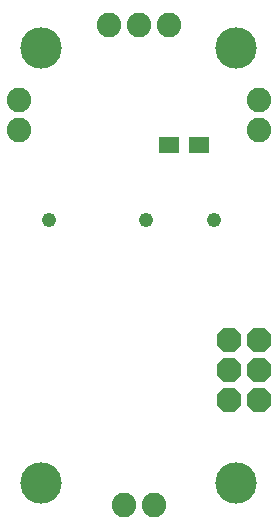
<source format=gbr>
G04 EAGLE Gerber RS-274X export*
G75*
%MOMM*%
%FSLAX34Y34*%
%LPD*%
%INSoldermask Bottom*%
%IPPOS*%
%AMOC8*
5,1,8,0,0,1.08239X$1,22.5*%
G01*
%ADD10P,2.254402X8X292.500000*%
%ADD11C,2.082800*%
%ADD12R,0.838200X1.473200*%
%ADD13C,3.505200*%
%ADD14C,1.219200*%


D10*
X190500Y152400D03*
X215900Y152400D03*
X190500Y127000D03*
X215900Y127000D03*
X190500Y101600D03*
X215900Y101600D03*
D11*
X101600Y12700D03*
X127000Y12700D03*
X139700Y419100D03*
X114300Y419100D03*
X88900Y419100D03*
X12700Y355600D03*
X12700Y330200D03*
D12*
X144200Y317500D03*
X135200Y317500D03*
X169600Y317500D03*
X160600Y317500D03*
D13*
X31750Y31750D03*
X196850Y31750D03*
X31750Y400050D03*
X196850Y400050D03*
D11*
X215900Y355600D03*
X215900Y330200D03*
D14*
X38100Y254000D03*
X120650Y254000D03*
X177800Y254000D03*
M02*

</source>
